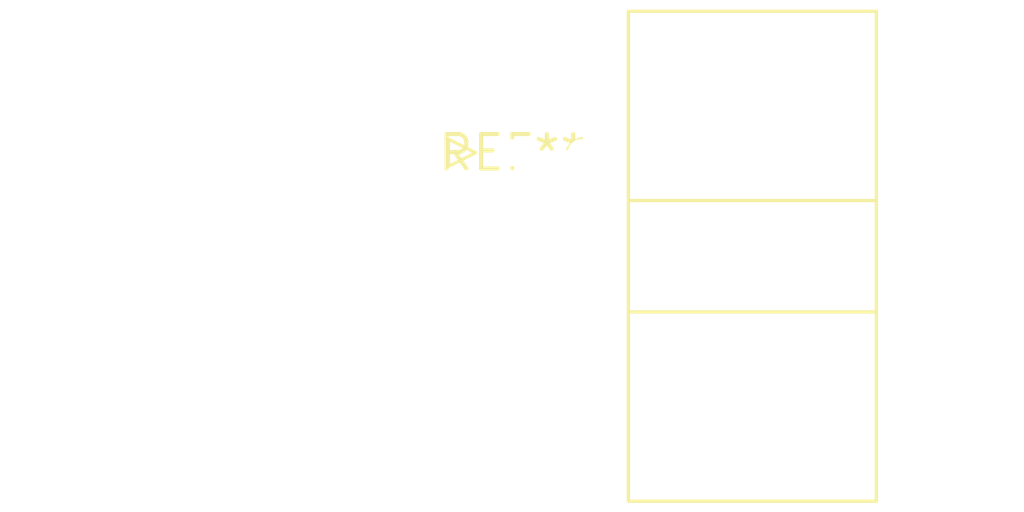
<source format=kicad_pcb>
(kicad_pcb (version 20240108) (generator pcbnew)
  (layers (0 "F.Cu" signal) (31 "B.Cu" signal) (34 "B.Paste" user) (35 "F.Paste" user) (36 "B.SilkS" user "B.Silkscreen") (37 "F.SilkS" user "F.Silkscreen") (38 "B.Mask" user) (39 "F.Mask" user) (44 "Edge.Cuts" user))
  (net 0 "")
  (footprint "IDC-Header_2x04_P2.54mm_Horizontal" (layer "F.Cu") (at 0 0)
    (property "Reference" "REF**")
    (property "Value" "IDC-Header_2x04_P2.54mm_Horizontal")
    (fp_line (start -2.35 -0.5) (end -2.35 0.5) (layer "F.SilkS") (stroke (width 0.12)))
    (fp_line (start -2.35 0.5) (end -1.35 0) (layer "F.SilkS") (stroke (width 0.12)))
    (fp_line (start -1.35 0) (end -2.35 -0.5) (layer "F.SilkS") (stroke (width 0.12)))
    (fp_line (start 4.27 -5.21) (end 13.39 -5.21) (layer "F.SilkS") (stroke (width 0.12)))
    (fp_line (start 4.27 1.76) (end 13.39 1.76) (layer "F.SilkS") (stroke (width 0.12)))
    (fp_line (start 4.27 5.86) (end 13.39 5.86) (layer "F.SilkS") (stroke (width 0.12)))
    (fp_line (start 4.27 12.83) (end 4.27 -5.21) (layer "F.SilkS") (stroke (width 0.12)))
    (fp_line (start 13.39 -5.21) (end 13.39 12.83) (layer "F.SilkS") (stroke (width 0.12)))
    (fp_line (start 13.39 12.83) (end 4.27 12.83) (layer "F.SilkS") (stroke (width 0.12)))
    (pad "1" thru_hole roundrect (at 0 0) (size 1.7 1.7) (drill 1) (layers *.Cu *.Mask) (remove_unused_layers) (roundrect_rratio 0.147059))
    (pad "2" thru_hole circle (at 2.54 0) (size 1.7 1.7) (drill 1) (layers *.Cu *.Mask) (remove_unused_layers))
    (pad "3" thru_hole circle (at 0 2.54) (size 1.7 1.7) (drill 1) (layers *.Cu *.Mask) (remove_unused_layers))
    (pad "4" thru_hole circle (at 2.54 2.54) (size 1.7 1.7) (drill 1) (layers *.Cu *.Mask) (remove_unused_layers))
    (pad "5" thru_hole circle (at 0 5.08) (size 1.7 1.7) (drill 1) (layers *.Cu *.Mask) (remove_unused_layers))
    (pad "6" thru_hole circle (at 2.54 5.08) (size 1.7 1.7) (drill 1) (layers *.Cu *.Mask) (remove_unused_layers))
    (pad "7" thru_hole circle (at 0 7.62) (size 1.7 1.7) (drill 1) (layers *.Cu *.Mask) (remove_unused_layers))
    (pad "8" thru_hole circle (at 2.54 7.62) (size 1.7 1.7) (drill 1) (layers *.Cu *.Mask) (remove_unused_layers))
  )
)
</source>
